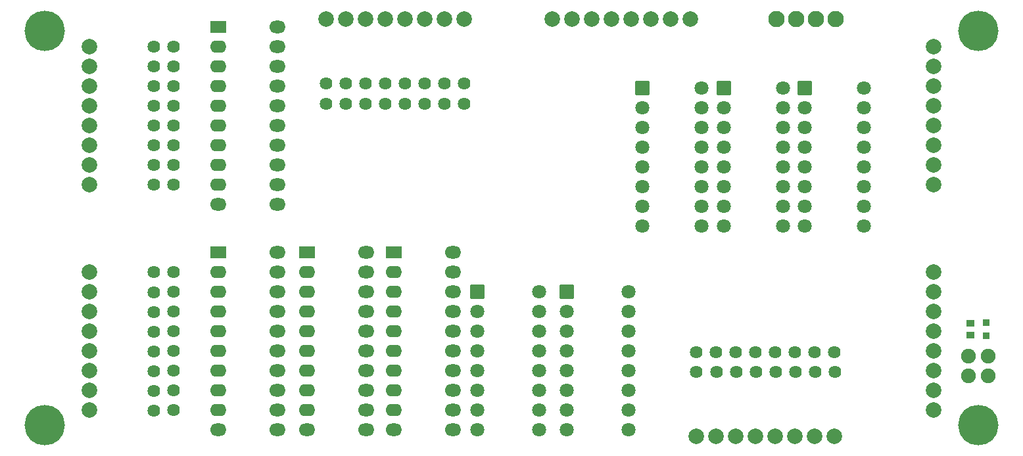
<source format=gts>
G04 Layer: TopSolderMaskLayer*
G04 Panelize: , Column: 2, Row: 2, Board Size: 127.89mm x 58.42mm, Panelized Board Size: 257.78mm x 118.84mm*
G04 EasyEDA v6.5.34, 2023-09-05 23:47:00*
G04 23034ade622943b09ef3a65bf2e35728,5a6b42c53f6a479593ecc07194224c93,10*
G04 Gerber Generator version 0.2*
G04 Scale: 100 percent, Rotated: No, Reflected: No *
G04 Dimensions in millimeters *
G04 leading zeros omitted , absolute positions ,4 integer and 5 decimal *
%FSLAX45Y45*%
%MOMM*%

%AMMACRO1*1,1,$1,$2,$3*1,1,$1,$4,$5*1,1,$1,0-$2,0-$3*1,1,$1,0-$4,0-$5*20,1,$1,$2,$3,$4,$5,0*20,1,$1,$4,$5,0-$2,0-$3,0*20,1,$1,0-$2,0-$3,0-$4,0-$5,0*20,1,$1,0-$4,0-$5,$2,$3,0*4,1,4,$2,$3,$4,$5,0-$2,0-$3,0-$4,0-$5,$2,$3,0*%
%ADD10MACRO1,0.1016X-0.4X0.4X0.4X0.4*%
%ADD11MACRO1,0.1016X0.432X-0.4032X-0.432X-0.4032*%
%ADD12MACRO1,0.1016X0.432X0.4032X-0.432X0.4032*%
%ADD13MACRO1,0.1016X-0.85X0.85X0.85X0.85*%
%ADD14C,1.8016*%
%ADD15O,2.1015960000000002X1.6015970000000002*%
%ADD16MACRO1,0.1016X-1X0.75X1X0.75*%
%ADD17O,2.1015960000000002X1.6256000000000002*%
%ADD18C,5.2032*%
%ADD19C,1.6256*%
%ADD20C,2.0016*%
%ADD21C,1.9016*%
%ADD22C,2.1016*%
%ADD23C,0.0187*%

%LPD*%
D10*
G01*
X12509474Y1527807D03*
G01*
X12509474Y1697987D03*
D11*
G01*
X12306274Y1688222D03*
D12*
G01*
X12306274Y1537572D03*
D13*
G01*
X5952981Y2095496D03*
D14*
G01*
X5952997Y1841500D03*
G01*
X5952997Y571500D03*
G01*
X5952997Y317500D03*
G01*
X5952997Y1587500D03*
G01*
X5952997Y1333500D03*
G01*
X5952997Y825500D03*
G01*
X5952997Y1079500D03*
G01*
X6747002Y317500D03*
G01*
X6747002Y571500D03*
G01*
X6747002Y825500D03*
G01*
X6747002Y1079500D03*
G01*
X6747002Y1333500D03*
G01*
X6747002Y1587500D03*
G01*
X6747002Y1841500D03*
G01*
X6747002Y2095500D03*
D13*
G01*
X7108678Y2095496D03*
D14*
G01*
X7108672Y1841500D03*
G01*
X7108672Y571500D03*
G01*
X7108672Y317500D03*
G01*
X7108672Y1587500D03*
G01*
X7108672Y1333500D03*
G01*
X7108672Y825500D03*
G01*
X7108672Y1079500D03*
G01*
X7902676Y317500D03*
G01*
X7902676Y571500D03*
G01*
X7902676Y825500D03*
G01*
X7902676Y1079500D03*
G01*
X7902676Y1333500D03*
G01*
X7902676Y1587500D03*
G01*
X7902676Y1841500D03*
G01*
X7902676Y2095500D03*
D15*
G01*
X4876800Y571500D03*
G01*
X4876800Y825500D03*
G01*
X4876800Y1079500D03*
G01*
X4876800Y1333500D03*
G01*
X4876800Y1587500D03*
G01*
X4876800Y1841500D03*
G01*
X4876800Y2095500D03*
G01*
X4876800Y2349500D03*
D16*
G01*
X4876789Y2603497D03*
D17*
G01*
X4876800Y317500D03*
G01*
X5638800Y317500D03*
G01*
X5638800Y571500D03*
G01*
X5638800Y825500D03*
G01*
X5638800Y1079500D03*
G01*
X5638800Y1333500D03*
G01*
X5638800Y1587500D03*
G01*
X5638800Y1841500D03*
G01*
X5638800Y2095500D03*
G01*
X5638800Y2349500D03*
G01*
X5638800Y2603500D03*
D15*
G01*
X3759200Y571500D03*
G01*
X3759200Y825500D03*
G01*
X3759200Y1079500D03*
G01*
X3759200Y1333500D03*
G01*
X3759200Y1587500D03*
G01*
X3759200Y1841500D03*
G01*
X3759200Y2095500D03*
G01*
X3759200Y2349500D03*
D16*
G01*
X3759192Y2603497D03*
D17*
G01*
X3759200Y317500D03*
G01*
X4521200Y317500D03*
G01*
X4521200Y571500D03*
G01*
X4521200Y825500D03*
G01*
X4521200Y1079500D03*
G01*
X4521200Y1333500D03*
G01*
X4521200Y1587500D03*
G01*
X4521200Y1841500D03*
G01*
X4521200Y2095500D03*
G01*
X4521200Y2349500D03*
G01*
X4521200Y2603500D03*
D13*
G01*
X8077173Y4724391D03*
D14*
G01*
X8077174Y4470400D03*
G01*
X8077174Y3200400D03*
G01*
X8077174Y2946400D03*
G01*
X8077174Y4216400D03*
G01*
X8077174Y3962400D03*
G01*
X8077174Y3454400D03*
G01*
X8077174Y3708400D03*
G01*
X8839174Y2946400D03*
G01*
X8839174Y3200400D03*
G01*
X8839174Y3454400D03*
G01*
X8839174Y3708400D03*
G01*
X8839174Y3962400D03*
G01*
X8839174Y4216400D03*
G01*
X8839174Y4470400D03*
G01*
X8839174Y4724400D03*
D13*
G01*
X9124928Y4724391D03*
D14*
G01*
X9124950Y4470400D03*
G01*
X9124950Y3200400D03*
G01*
X9124950Y2946400D03*
G01*
X9124950Y4216400D03*
G01*
X9124950Y3962400D03*
G01*
X9124950Y3454400D03*
G01*
X9124950Y3708400D03*
G01*
X9886950Y2946400D03*
G01*
X9886950Y3200400D03*
G01*
X9886950Y3454400D03*
G01*
X9886950Y3708400D03*
G01*
X9886950Y3962400D03*
G01*
X9886950Y4216400D03*
G01*
X9886950Y4470400D03*
G01*
X9886950Y4724400D03*
D13*
G01*
X10172670Y4724391D03*
D14*
G01*
X10172674Y4470400D03*
G01*
X10172674Y3200400D03*
G01*
X10172674Y2946400D03*
G01*
X10172674Y4216400D03*
G01*
X10172674Y3962400D03*
G01*
X10172674Y3454400D03*
G01*
X10172674Y3708400D03*
G01*
X10934674Y2946400D03*
G01*
X10934674Y3200400D03*
G01*
X10934674Y3454400D03*
G01*
X10934674Y3708400D03*
G01*
X10934674Y3962400D03*
G01*
X10934674Y4216400D03*
G01*
X10934674Y4470400D03*
G01*
X10934674Y4724400D03*
D15*
G01*
X2616200Y571500D03*
G01*
X2616200Y825500D03*
G01*
X2616200Y1079500D03*
G01*
X2616200Y1333500D03*
G01*
X2616200Y1587500D03*
G01*
X2616200Y1841500D03*
G01*
X2616200Y2095500D03*
G01*
X2616200Y2349500D03*
D16*
G01*
X2616194Y2603497D03*
D17*
G01*
X2616200Y317500D03*
G01*
X3378200Y317500D03*
G01*
X3378200Y571500D03*
G01*
X3378200Y825500D03*
G01*
X3378200Y1079500D03*
G01*
X3378200Y1333500D03*
G01*
X3378200Y1587500D03*
G01*
X3378200Y1841500D03*
G01*
X3378200Y2095500D03*
G01*
X3378200Y2349500D03*
G01*
X3378200Y2603500D03*
D15*
G01*
X2616200Y3479800D03*
G01*
X2616200Y3733800D03*
G01*
X2616200Y3987800D03*
G01*
X2616200Y4241800D03*
G01*
X2616200Y4495800D03*
G01*
X2616200Y4749800D03*
G01*
X2616200Y5003800D03*
G01*
X2616200Y5257800D03*
D16*
G01*
X2616194Y5511792D03*
D17*
G01*
X2616200Y3225800D03*
G01*
X3378200Y3225800D03*
G01*
X3378200Y3479800D03*
G01*
X3378200Y3733800D03*
G01*
X3378200Y3987800D03*
G01*
X3378200Y4241800D03*
G01*
X3378200Y4495800D03*
G01*
X3378200Y4749800D03*
G01*
X3378200Y5003800D03*
G01*
X3378200Y5257800D03*
G01*
X3378200Y5511800D03*
D18*
G01*
X381000Y5461000D03*
G01*
X12405106Y5461000D03*
G01*
X12405106Y381000D03*
G01*
X381000Y381000D03*
D19*
G01*
X2044674Y5255920D03*
G01*
X2044674Y4493920D03*
G01*
X1790700Y4491126D03*
G01*
X2044674Y4747920D03*
G01*
X1790700Y4745126D03*
G01*
X1790700Y3475126D03*
G01*
X2044674Y3477920D03*
G01*
X2044674Y3985920D03*
G01*
X1790700Y3983126D03*
G01*
X2044674Y4239920D03*
G01*
X1790700Y4237126D03*
G01*
X1790700Y4999126D03*
G01*
X2044674Y5001920D03*
G01*
X1790700Y3729126D03*
G01*
X2044674Y3731920D03*
G01*
X1787905Y5255920D03*
G01*
X1787931Y2347620D03*
G01*
X2044700Y823620D03*
G01*
X1790725Y820826D03*
G01*
X2044700Y2093620D03*
G01*
X1790725Y2090826D03*
G01*
X1790725Y1328826D03*
G01*
X2044700Y1331620D03*
G01*
X1790725Y1074826D03*
G01*
X2044700Y1077620D03*
G01*
X2044700Y569620D03*
G01*
X1790725Y566826D03*
G01*
X1790725Y1836826D03*
G01*
X2044700Y1839620D03*
G01*
X1790725Y1582826D03*
G01*
X2044700Y1585620D03*
G01*
X2044700Y2347620D03*
D20*
G01*
X956106Y3477920D03*
G01*
X956106Y3731920D03*
G01*
X956106Y3985920D03*
G01*
X956106Y4239920D03*
G01*
X956106Y4493920D03*
G01*
X956106Y4747920D03*
G01*
X956106Y5001920D03*
G01*
X956106Y5255920D03*
G01*
X956132Y2347620D03*
G01*
X956132Y2093620D03*
G01*
X956132Y1839620D03*
G01*
X956132Y1585620D03*
G01*
X956132Y1331620D03*
G01*
X956132Y1077620D03*
G01*
X956132Y823620D03*
G01*
X956132Y569620D03*
G01*
X11829999Y5255895D03*
G01*
X11829999Y5001895D03*
G01*
X11829999Y4747895D03*
G01*
X11829999Y4493895D03*
G01*
X11829999Y4239895D03*
G01*
X11829999Y3985895D03*
G01*
X11829999Y3731895D03*
G01*
X11829999Y3477895D03*
G01*
X11830024Y569595D03*
G01*
X11830024Y823595D03*
G01*
X11830024Y1077595D03*
G01*
X11830024Y1331595D03*
G01*
X11830024Y1585595D03*
G01*
X11830024Y1839595D03*
G01*
X11830024Y2093595D03*
G01*
X11830024Y2347595D03*
D21*
G01*
X12532106Y1016000D03*
G01*
X12278106Y1016000D03*
G01*
X12278106Y1270000D03*
G01*
X12532106Y1270000D03*
D20*
G01*
X4008983Y5609793D03*
G01*
X4262983Y5609793D03*
G01*
X4516983Y5609793D03*
G01*
X4770983Y5609793D03*
G01*
X5024983Y5609793D03*
G01*
X5278983Y5609793D03*
G01*
X5532983Y5609793D03*
G01*
X5786983Y5609793D03*
G01*
X8695283Y5609818D03*
G01*
X8441283Y5609818D03*
G01*
X8187283Y5609818D03*
G01*
X7933283Y5609818D03*
G01*
X7679283Y5609818D03*
G01*
X7425283Y5609818D03*
G01*
X7171283Y5609818D03*
G01*
X6917283Y5609818D03*
G01*
X8775674Y232206D03*
G01*
X9029674Y232206D03*
G01*
X9283674Y232206D03*
G01*
X9537674Y232206D03*
G01*
X9791674Y232206D03*
G01*
X10045674Y232206D03*
G01*
X10299674Y232206D03*
G01*
X10553674Y232206D03*
D19*
G01*
X8775674Y1064005D03*
G01*
X10299674Y1320800D03*
G01*
X10302468Y1066800D03*
G01*
X9029674Y1320800D03*
G01*
X9032468Y1066800D03*
G01*
X9794468Y1066800D03*
G01*
X9791674Y1320800D03*
G01*
X10048468Y1066800D03*
G01*
X10045674Y1320800D03*
G01*
X10553674Y1320800D03*
G01*
X10556468Y1066800D03*
G01*
X9286468Y1066800D03*
G01*
X9283674Y1320800D03*
G01*
X9540468Y1066800D03*
G01*
X9537674Y1320800D03*
G01*
X8775674Y1320800D03*
G01*
X4008983Y4521200D03*
G01*
X4008983Y4778019D03*
G01*
X4262983Y4521200D03*
G01*
X4262983Y4778019D03*
G01*
X4516983Y4778019D03*
G01*
X4516983Y4521200D03*
G01*
X4770983Y4778019D03*
G01*
X4770983Y4521200D03*
G01*
X5024983Y4778019D03*
G01*
X5024983Y4521200D03*
G01*
X5278983Y4778019D03*
G01*
X5278983Y4521200D03*
G01*
X5532983Y4778019D03*
G01*
X5532983Y4521200D03*
G01*
X5786983Y4778019D03*
G01*
X5786983Y4521200D03*
D22*
G01*
X10312374Y5613400D03*
G01*
X10058374Y5613400D03*
G01*
X9804374Y5613400D03*
G01*
X10566374Y5613400D03*
M02*

</source>
